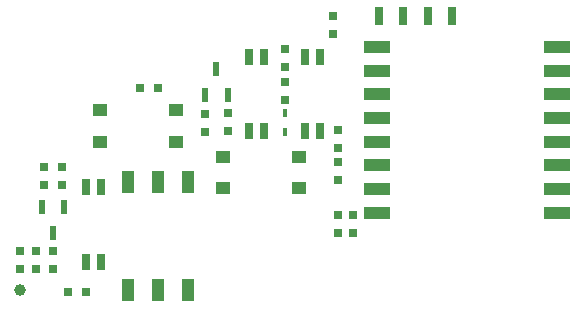
<source format=gtp>
G04*
G04 #@! TF.GenerationSoftware,Altium Limited,Altium Designer,19.0.14 (431)*
G04*
G04 Layer_Color=8421504*
%FSLAX25Y25*%
%MOIN*%
G70*
G01*
G75*
%ADD23R,0.03000X0.03000*%
%ADD24R,0.03150X0.06000*%
%ADD25R,0.03000X0.03000*%
%ADD26R,0.08858X0.03937*%
%ADD27R,0.02362X0.04528*%
%ADD28R,0.03937X0.07480*%
%ADD29R,0.04724X0.03937*%
%ADD30R,0.03150X0.05512*%
%ADD31C,0.03937*%
%ADD32R,0.01575X0.02756*%
D23*
X143900Y92452D02*
D03*
Y98452D02*
D03*
X47500Y48000D02*
D03*
X53500D02*
D03*
X108740Y66048D02*
D03*
Y60048D02*
D03*
X101260Y59952D02*
D03*
Y65952D02*
D03*
X128000Y70500D02*
D03*
Y76500D02*
D03*
Y87548D02*
D03*
Y81548D02*
D03*
X145500Y54452D02*
D03*
Y60452D02*
D03*
Y43752D02*
D03*
Y49752D02*
D03*
X150400Y26052D02*
D03*
Y32052D02*
D03*
X145500Y32048D02*
D03*
Y26048D02*
D03*
X50500Y20048D02*
D03*
Y14048D02*
D03*
D24*
X159099Y98500D02*
D03*
X167099D02*
D03*
X183501Y98500D02*
D03*
X175501D02*
D03*
D25*
X85448Y74600D02*
D03*
X79448D02*
D03*
X47452Y42000D02*
D03*
X53452D02*
D03*
X45000Y20000D02*
D03*
Y14000D02*
D03*
X39500D02*
D03*
Y20000D02*
D03*
X61548Y6500D02*
D03*
X55548D02*
D03*
D26*
X158480Y88059D02*
D03*
Y80185D02*
D03*
Y72311D02*
D03*
Y64437D02*
D03*
Y56563D02*
D03*
Y48689D02*
D03*
Y40815D02*
D03*
Y32941D02*
D03*
X218520D02*
D03*
Y40815D02*
D03*
Y48689D02*
D03*
Y56563D02*
D03*
Y64437D02*
D03*
Y72311D02*
D03*
Y80185D02*
D03*
Y88059D02*
D03*
D27*
X54240Y34929D02*
D03*
X46760D02*
D03*
X50500Y26071D02*
D03*
X101260Y72071D02*
D03*
X108740D02*
D03*
X105000Y80929D02*
D03*
D28*
X95500Y42992D02*
D03*
X85500D02*
D03*
Y7008D02*
D03*
X75500D02*
D03*
X95500D02*
D03*
X75500Y42992D02*
D03*
D29*
X132500Y41000D02*
D03*
Y51512D02*
D03*
X107303Y41000D02*
D03*
Y51512D02*
D03*
X66303Y67000D02*
D03*
Y56488D02*
D03*
X91500Y67000D02*
D03*
Y56488D02*
D03*
D30*
X66500Y41402D02*
D03*
X61500D02*
D03*
X66500Y16598D02*
D03*
X61500D02*
D03*
X116000Y60098D02*
D03*
X121000D02*
D03*
X116000Y84902D02*
D03*
X121000D02*
D03*
X139500D02*
D03*
X134500D02*
D03*
X139500Y60098D02*
D03*
X134500D02*
D03*
D31*
X39500Y7000D02*
D03*
D32*
X128000Y59966D02*
D03*
Y66265D02*
D03*
M02*

</source>
